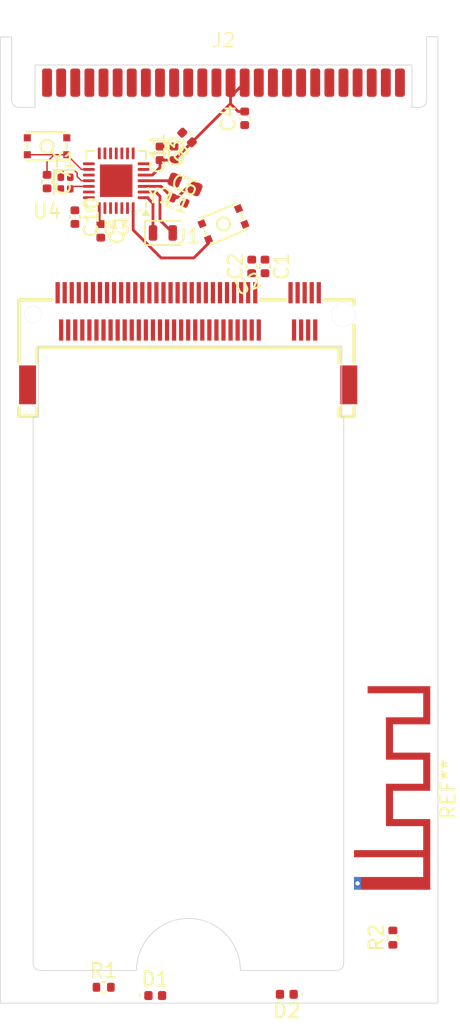
<source format=kicad_pcb>
(kicad_pcb (version 20241229) (generator "pcbnew") (generator_version "9.0")
  (layers (0 "F.Cu" signal) (2 "B.Cu" signal) (13 "F.Paste" user) (15 "B.Paste" user) (5 "F.SilkS" user "F.Silkscreen") (7 "B.SilkS" user "B.Silkscreen") (1 "F.Mask" user) (3 "B.Mask" user) (25 "Edge.Cuts" user))
  (net 0 "")
  (net 1 "PCIe_TX_P")
  (net 2 "PCIe_TX_N")
  (net 3 "GND")
  (net 4 "3V3")
  (net 5 "Net-(U3-VCCID)")
  (net 6 "RST")
  (net 7 "Net-(U3-VINTA)")
  (net 8 "PCIe_LED")
  (net 9 "USER_LED")
  (net 10 "Net-(U3-VSW)")
  (net 11 "BTN_2")
  (net 12 "Net-(U3-PA11{slash}X32K0{slash}TMR2)")
  (net 13 "USB_N")
  (net 15 "Net-(U3-PA10{slash}X32K1)")
  (net 16 "BTN_1")
  (net 17 "Net-(U3-X32M1)")
  (net 18 "USB_P")
  (net 22 "SWD")
  (net 25 "PAIR")
  (net 28 "Net-(U3-X32MO)")
  (net 31 "Net-(D1-A)")
  (net 32 "Net-(D2-A)")
  (net 33 "Net-(J2-~{CPPE})")
  (net 35 "PCIe_CLK_P")
  (net 36 "CLKREQ")
  (net 37 "1V5")
  (net 38 "PCIe_RX_N")
  (net 41 "PERST")
  (net 43 "PCIe_CLK_N")
  (net 45 "PCIe_RX_P")
  (net 47 "Net-(J1-3.3V-Pad12)")
  (net 83 "PCIe_TX_C_P")
  (net 84 "PCIe_TX_C_N")
  (footprint "Inductor_SMD:L_0603_1608Metric" (layer "F.Cu") (at 73.272445 59.698636 157.5)
    (property "Reference" "L1" (at 0 -1.43 157.5) (layer "F.SilkS"))
    (property "Value" "22uH")
    (fp_line (start -0.16278 -0.51) (end 0.162779 -0.509999) (stroke (width 0.12)) (layer "F.SilkS"))
    (fp_line (start -0.162779 0.509999) (end 0.16278 0.51) (stroke (width 0.12)) (layer "F.SilkS"))
    (pad "1" smd roundrect (at -0.7875 -0.000001 157.5) (size 0.875 0.95) (layers "F.Cu" "F.Mask" "F.Paste") (net 5 "Net-(U3-VCCID)"))
    (pad "2" smd roundrect (at 0.7875 0.000001 157.5) (size 0.875 0.95) (layers "F.Cu" "F.Mask" "F.Paste") (net 10 "Net-(U3-VSW)"))
  )
  (footprint "thinkmoth:CONN-SMD_APCI0159-P001A" (layer "F.Cu") (at 73.5 70.62)
    (property "Reference" "J1" (at 0 -7.26 0) (layer "F.SilkS"))
    (property "Value" "Bus_M.2_Socket_M")
    (fp_line (start -12 -2.75) (end -12 1.65) (stroke (width 0.25)) (layer "F.SilkS"))
    (fp_line (start -12 4.86) (end -12 5.07) (stroke (width 0.25)) (layer "F.SilkS"))
    (fp_line (start -12 4.86) (end -12 5.48) (stroke (width 0.25)) (layer "F.SilkS"))
    (fp_line (start -12 5.48) (end -10.7 5.48) (stroke (width 0.25)) (layer "F.SilkS"))
    (fp_line (start -10.7 0.62) (end 10.7 0.62) (stroke (width 0.25)) (layer "F.SilkS"))
    (fp_line (start -10.7 1.67) (end -10.7 0.62) (stroke (width 0.25)) (layer "F.SilkS"))
    (fp_line (start -10.7 5.48) (end -10.7 4.84) (stroke (width 0.25)) (layer "F.SilkS"))
    (fp_line (start -9.63 -2.75) (end -12 -2.75) (stroke (width 0.25)) (layer "F.SilkS"))
    (fp_line (start 6.87 -2.75) (end 5.13 -2.75) (stroke (width 0.25)) (layer "F.SilkS"))
    (fp_line (start 10.7 1.67) (end 10.7 0.62) (stroke (width 0.25)) (layer "F.SilkS"))
    (fp_line (start 10.7 4.84) (end 10.7 5.5) (stroke (width 0.25)) (layer "F.SilkS"))
    (fp_line (start 10.7 5.5) (end 11.75 5.5) (stroke (width 0.25)) (layer "F.SilkS"))
    (fp_line (start 11.75 -2.75) (end 9.63 -2.75) (stroke (width 0.25)) (layer "F.SilkS"))
    (fp_line (start 11.75 -2.44) (end 11.75 -2.75) (stroke (width 0.25)) (layer "F.SilkS"))
    (fp_line (start 11.75 1.65) (end 11.75 -0.99) (stroke (width 0.25)) (layer "F.SilkS"))
    (fp_line (start 11.75 5.5) (end 11.75 4.86) (stroke (width 0.25)) (layer "F.SilkS"))
    (pad "" thru_hole circle (at -11 -1.71) (size 1.2 1.2) (drill 1.2) (layers "*.Cu" "*.Mask"))
    (pad "" thru_hole circle (at 11 -1.71) (size 1.7 1.7) (drill 1.7) (layers "*.Cu" "*.Mask"))
    (pad "1" smd rect (at -9.25 -3.26 90) (size 1.5 0.3) (layers "F.Cu" "F.Mask" "F.Paste") (net 3 "GND"))
    (pad "2" smd rect (at -9 -0.62 90) (size 1.5 0.3) (layers "F.Cu" "F.Mask" "F.Paste") (net 47 "Net-(J1-3.3V-Pad12)"))
    (pad "3" smd rect (at -8.75 -3.26 90) (size 1.5 0.3) (layers "F.Cu" "F.Mask" "F.Paste") (net 3 "GND"))
    (pad "4" smd rect (at -8.5 -0.62 90) (size 1.5 0.3) (layers "F.Cu" "F.Mask" "F.Paste") (net 47 "Net-(J1-3.3V-Pad12)"))
    (pad "5" smd rect (at -8.25 -3.26 90) (size 1.5 0.3) (layers "F.Cu" "F.Mask" "F.Paste"))
    (pad "6" smd rect (at -8 -0.62 90) (size 1.5 0.3) (layers "F.Cu" "F.Mask" "F.Paste"))
    (pad "7" smd rect (at -7.75 -3.26 90) (size 1.5 0.3) (layers "F.Cu" "F.Mask" "F.Paste"))
    (pad "8" smd rect (at -7.5 -0.62 90) (size 1.5 0.3) (layers "F.Cu" "F.Mask" "F.Paste"))
    (pad "9" smd rect (at -7.25 -3.26 90) (size 1.5 0.3) (layers "F.Cu" "F.Mask" "F.Paste") (net 3 "GND"))
    (pad "10" smd rect (at -7 -0.62 90) (size 1.5 0.3) (layers "F.Cu" "F.Mask" "F.Paste") (net 8 "PCIe_LED"))
    (pad "11" smd rect (at -6.75 -3.26 90) (size 1.5 0.3) (layers "F.Cu" "F.Mask" "F.Paste"))
    (pad "12" smd rect (at -6.5 -0.62 90) (size 1.5 0.3) (layers "F.Cu" "F.Mask" "F.Paste") (net 47 "Net-(J1-3.3V-Pad12)"))
    (pad "13" smd rect (at -6.25 -3.26 90) (size 1.5 0.3) (layers "F.Cu" "F.Mask" "F.Paste"))
    (pad "14" smd rect (at -6 -0.62 90) (size 1.5 0.3) (layers "F.Cu" "F.Mask" "F.Paste") (net 47 "Net-(J1-3.3V-Pad12)"))
    (pad "15" smd rect (at -5.75 -3.26 90) (size 1.5 0.3) (layers "F.Cu" "F.Mask" "F.Paste") (net 3 "GND"))
    (pad "16" smd rect (at -5.5 -0.62 90) (size 1.5 0.3) (layers "F.Cu" "F.Mask" "F.Paste") (net 47 "Net-(J1-3.3V-Pad12)"))
    (pad "17" smd rect (at -5.25 -3.26 90) (size 1.5 0.3) (layers "F.Cu" "F.Mask" "F.Paste"))
    (pad "18" smd rect (at -5 -0.62 90) (size 1.5 0.3) (layers "F.Cu" "F.Mask" "F.Paste") (net 47 "Net-(J1-3.3V-Pad12)"))
    (pad "19" smd rect (at -4.75 -3.26 90) (size 1.5 0.3) (layers "F.Cu" "F.Mask" "F.Paste"))
    (pad "20" smd rect (at -4.5 -0.62 90) (size 1.5 0.3) (layers "F.Cu" "F.Mask" "F.Paste"))
    (pad "21" smd rect (at -4.25 -3.26 90) (size 1.5 0.3) (layers "F.Cu" "F.Mask" "F.Paste") (net 3 "GND"))
    (pad "22" smd rect (at -4 -0.62 90) (size 1.5 0.3) (layers "F.Cu" "F.Mask" "F.Paste"))
    (pad "23" smd rect (at -3.75 -3.26 90) (size 1.5 0.3) (layers "F.Cu" "F.Mask" "F.Paste"))
    (pad "24" smd rect (at -3.5 -0.62 90) (size 1.5 0.3) (layers "F.Cu" "F.Mask" "F.Paste"))
    (pad "25" smd rect (at -3.25 -3.26 90) (size 1.5 0.3) (layers "F.Cu" "F.Mask" "F.Paste"))
    (pad "26" smd rect (at -3 -0.62 90) (size 1.5 0.3) (layers "F.Cu" "F.Mask" "F.Paste"))
    (pad "27" smd rect (at -2.75 -3.26 90) (size 1.5 0.3) (layers "F.Cu" "F.Mask" "F.Paste") (net 3 "GND"))
    (pad "28" smd rect (at -2.5 -0.62 90) (size 1.5 0.3) (layers "F.Cu" "F.Mask" "F.Paste"))
    (pad "29" smd rect (at -2.25 -3.26 90) (size 1.5 0.3) (layers "F.Cu" "F.Mask" "F.Paste"))
    (pad "30" smd rect (at -2 -0.62 90) (size 1.5 0.3) (layers "F.Cu" "F.Mask" "F.Paste"))
    (pad "31" smd rect (at -1.75 -3.26 90) (size 1.5 0.3) (layers "F.Cu" "F.Mask" "F.Paste"))
    (pad "32" smd rect (at -1.5 -0.62 90) (size 1.5 0.3) (layers "F.Cu" "F.Mask" "F.Paste"))
    (pad "33" smd rect (at -1.25 -3.26 90) (size 1.5 0.3) (layers "F.Cu" "F.Mask" "F.Paste") (net 3 "GND"))
    (pad "34" smd rect (at -1 -0.62 90) (size 1.5 0.3) (layers "F.Cu" "F.Mask" "F.Paste"))
    (pad "35" smd rect (at -0.75 -3.26 90) (size 1.5 0.3) (layers "F.Cu" "F.Mask" "F.Paste"))
    (pad "36" smd rect (at -0.5 -0.62 90) (size 1.5 0.3) (layers "F.Cu" "F.Mask" "F.Paste"))
    (pad "37" smd rect (at -0.25 -3.26 90) (size 1.5 0.3) (layers "F.Cu" "F.Mask" "F.Paste"))
    (pad "38" smd rect (at 0 -0.62 90) (size 1.5 0.3) (layers "F.Cu" "F.Mask" "F.Paste"))
    (pad "39" smd rect (at 0.25 -3.26 90) (size 1.5 0.3) (layers "F.Cu" "F.Mask" "F.Paste") (net 3 "GND"))
    (pad "40" smd rect (at 0.5 -0.62 90) (size 1.5 0.3) (layers "F.Cu" "F.Mask" "F.Paste"))
    (pad "41" smd rect (at 0.75 -3.26 90) (size 1.5 0.3) (layers "F.Cu" "F.Mask" "F.Paste") (net 38 "PCIe_RX_N"))
    (pad "42" smd rect (at 1 -0.62 90) (size 1.5 0.3) (layers "F.Cu" "F.Mask" "F.Paste"))
    (pad "43" smd rect (at 1.25 -3.26 90) (size 1.5 0.3) (layers "F.Cu" "F.Mask" "F.Paste") (net 45 "PCIe_RX_P"))
    (pad "44" smd rect (at 1.5 -0.62 90) (size 1.5 0.3) (layers "F.Cu" "F.Mask" "F.Paste"))
    (pad "45" smd rect (at 1.75 -3.26 90) (size 1.5 0.3) (layers "F.Cu" "F.Mask" "F.Paste") (net 3 "GND"))
    (pad "46" smd rect (at 2 -0.62 90) (size 1.5 0.3) (layers "F.Cu" "F.Mask" "F.Paste"))
    (pad "47" smd rect (at 2.25 -3.26 90) (size 1.5 0.3) (layers "F.Cu" "F.Mask" "F.Paste") (net 2 "PCIe_TX_N"))
    (pad "48" smd rect (at 2.5 -0.62 90) (size 1.5 0.3) (layers "F.Cu" "F.Mask" "F.Paste"))
    (pad "49" smd rect (at 2.75 -3.26 90) (size 1.5 0.3) (layers "F.Cu" "F.Mask" "F.Paste") (net 1 "PCIe_TX_P"))
    (pad "50" smd rect (at 3 -0.62 90) (size 1.5 0.3) (layers "F.Cu" "F.Mask" "F.Paste") (net 41 "PERST"))
    (pad "51" smd rect (at 3.25 -3.26 90) (size 1.5 0.3) (layers "F.Cu" "F.Mask" "F.Paste") (net 3 "GND"))
    (pad "52" smd rect (at 3.5 -0.62 90) (size 1.5 0.3) (layers "F.Cu" "F.Mask" "F.Paste") (net 36 "CLKREQ"))
    (pad "53" smd rect (at 3.75 -3.26 90) (size 1.5 0.3) (layers "F.Cu" "F.Mask" "F.Paste") (net 43 "PCIe_CLK_N"))
    (pad "54" smd rect (at 4 -0.62 90) (size 1.5 0.3) (layers "F.Cu" "F.Mask" "F.Paste"))
    (pad "55" smd rect (at 4.25 -3.26 90) (size 1.5 0.3) (layers "F.Cu" "F.Mask" "F.Paste") (net 35 "PCIe_CLK_P"))
    (pad "56" smd rect (at 4.5 -0.62 90) (size 1.5 0.3) (layers "F.Cu" "F.Mask" "F.Paste"))
    (pad "57" smd rect (at 4.75 -3.26 90) (size 1.5 0.3) (layers "F.Cu" "F.Mask" "F.Paste") (net 3 "GND"))
    (pad "58" smd rect (at 5 -0.62 90) (size 1.5 0.3) (layers "F.Cu" "F.Mask" "F.Paste"))
    (pad "67" smd rect (at 7.25 -3.26 90) (size 1.5 0.3) (layers "F.Cu" "F.Mask" "F.Paste"))
    (pad "68" smd rect (at 7.5 -0.62 90) (size 1.5 0.3) (layers "F.Cu" "F.Mask" "F.Paste"))
    (pad "69" smd rect (at 7.75 -3.26 90) (size 1.5 0.3) (layers "F.Cu" "F.Mask" "F.Paste"))
    (pad "70" smd rect (at 8 -0.62 90) (size 1.5 0.3) (layers "F.Cu" "F.Mask" "F.Paste") (net 47 "Net-(J1-3.3V-Pad12)"))
    (pad "71" smd rect (at 8.25 -3.26 90) (size 1.5 0.3) (layers "F.Cu" "F.Mask" "F.Paste") (net 3 "GND"))
    (pad "72" smd rect (at 8.5 -0.62 90) (size 1.5 0.3) (layers "F.Cu" "F.Mask" "F.Paste") (net 47 "Net-(J1-3.3V-Pad12)"))
    (pad "73" smd rect (at 8.75 -3.26 90) (size 1.5 0.3) (layers "F.Cu" "F.Mask" "F.Paste") (net 3 "GND"))
    (pad "74" smd rect (at 9 -0.62 90) (size 1.5 0.3) (layers "F.Cu" "F.Mask" "F.Paste") (net 47 "Net-(J1-3.3V-Pad12)"))
    (pad "75" smd rect (at 9.25 -3.26 90) (size 1.5 0.3) (layers "F.Cu" "F.Mask" "F.Paste") (net 3 "GND"))
    (pad "76" smd rect (at 11.38 3.26 90) (size 2.75 1.2) (layers "F.Cu" "F.Mask" "F.Paste"))
    (pad "77" smd rect (at -11.38 3.26 90) (size 2.75 1.2) (layers "F.Cu" "F.Mask" "F.Paste"))
  )
  (footprint "Capacitor_SMD:C_0402_1005Metric" (layer "F.Cu") (at 72.5 57.5 90)
    (property "Reference" "C11" (at 0 -1.16 90) (layer "F.SilkS"))
    (property "Value" "1uF")
    (fp_line (start -0.107836 -0.36) (end 0.107836 -0.36) (stroke (width 0.12)) (layer "F.SilkS"))
    (fp_line (start -0.107836 0.36) (end 0.107836 0.36) (stroke (width 0.12)) (layer "F.SilkS"))
    (pad "1" smd roundrect (at -0.48 0 90) (size 0.56 0.62) (layers "F.Cu" "F.Mask" "F.Paste") (net 4 "3V3"))
    (pad "2" smd roundrect (at 0.48 0 90) (size 0.56 0.62) (layers "F.Cu" "F.Mask" "F.Paste") (net 3 "GND"))
  )
  (footprint "Capacitor_SMD:C_0402_1005Metric" (layer "F.Cu") (at 72.815621 60.819156 -22.5)
    (property "Reference" "C6" (at 0 -1.16 157.5) (layer "F.SilkS"))
    (property "Value" "1uF")
    (fp_line (start -0.107836 0.360001) (end 0.107836 0.360001) (stroke (width 0.12)) (layer "F.SilkS"))
    (fp_line (start -0.107836 -0.360001) (end 0.107836 -0.360001) (stroke (width 0.12)) (layer "F.SilkS"))
    (pad "1" smd roundrect (at -0.48 0 337.5) (size 0.56 0.62) (layers "F.Cu" "F.Mask" "F.Paste") (net 5 "Net-(U3-VCCID)"))
    (pad "2" smd roundrect (at 0.48 0 337.5) (size 0.56 0.62) (layers "F.Cu" "F.Mask" "F.Paste") (net 3 "GND"))
  )
  (footprint "Capacitor_SMD:C_0402_1005Metric" (layer "F.Cu") (at 78 65.5 90)
    (property "Reference" "C2" (at 0 -1.16 90) (layer "F.SilkS"))
    (property "Value" "0.1uF")
    (fp_line (start -0.107836 -0.36) (end 0.107836 -0.36) (stroke (width 0.12)) (layer "F.SilkS"))
    (fp_line (start -0.107836 0.36) (end 0.107836 0.36) (stroke (width 0.12)) (layer "F.SilkS"))
    (pad "1" smd roundrect (at -0.48 0 90) (size 0.56 0.62) (layers "F.Cu" "F.Mask" "F.Paste") (net 2 "PCIe_TX_N"))
    (pad "2" smd roundrect (at 0.48 0 90) (size 0.56 0.62) (layers "F.Cu" "F.Mask" "F.Paste") (net 84 "PCIe_TX_C_N"))
  )
  (footprint "Capacitor_SMD:C_0402_1005Metric" (layer "F.Cu") (at 63.5 59.5 -90)
    (property "Reference" "C7" (at 0 -1.16 90) (layer "F.SilkS"))
    (property "Value" "1uF")
    (fp_line (start -0.107837 0.360001) (end 0.107835 0.36) (stroke (width 0.12)) (layer "F.SilkS"))
    (fp_line (start -0.107835 -0.36) (end 0.107837 -0.360001) (stroke (width 0.12)) (layer "F.SilkS"))
    (pad "1" smd roundrect (at -0.48 0 270) (size 0.56 0.62) (layers "F.Cu" "F.Mask" "F.Paste") (net 6 "RST"))
    (pad "2" smd roundrect (at 0.48 0 270) (size 0.56 0.62) (layers "F.Cu" "F.Mask" "F.Paste") (net 3 "GND"))
  )
  (footprint "Capacitor_SMD:C_0402_1005Metric" (layer "F.Cu") (at 77.5 55.02 90)
    (property "Reference" "C4" (at 0 -1.16 90) (layer "F.SilkS"))
    (property "Value" "0.1uF")
    (fp_line (start -0.107836 -0.36) (end 0.107836 -0.36) (stroke (width 0.12)) (layer "F.SilkS"))
    (fp_line (start -0.107836 0.36) (end 0.107836 0.36) (stroke (width 0.12)) (layer "F.SilkS"))
    (pad "1" smd roundrect (at -0.48 0 90) (size 0.56 0.62) (layers "F.Cu" "F.Mask" "F.Paste") (net 3 "GND"))
    (pad "2" smd roundrect (at 0.48 0 90) (size 0.56 0.62) (layers "F.Cu" "F.Mask" "F.Paste") (net 4 "3V3"))
  )
  (footprint "thinkmoth:ExpressCard_Plug" (layer "F.Cu") (at 76 52.5)
    (property "Reference" "J2" (at 0 -3 0) (layer "F.SilkS") (effects (font (thickness 0.1))))
    (property "Value" "ExpressCard")
    (fp_line (start -13.35 -1.25) (end 13.35 -1.25) (stroke (width 0.05)) (layer "Edge.Cuts"))
    (fp_line (start -13.35 1.75) (end -13.35 -1.25) (stroke (width 0.05)) (layer "Edge.Cuts"))
    (fp_line (start 13.35 -1.25) (end 13.35 1.75) (stroke (width 0.05)) (layer "Edge.Cuts"))
    (pad "1" smd roundrect (at -12.5 0) (size 0.7 2) (layers "F.Cu" "F.Mask" "F.Paste") (net 3 "GND"))
    (pad "2" smd roundrect (at -11.5 0) (size 0.7 2) (layers "F.Cu" "F.Mask" "F.Paste") (net 13 "USB_N"))
    (pad "3" smd roundrect (at -10.5 0) (size 0.7 2) (layers "F.Cu" "F.Mask" "F.Paste") (net 18 "USB_P"))
    (pad "4" smd roundrect (at -9.5 0) (size 0.7 2) (layers "F.Cu" "F.Mask" "F.Paste") (net 33 "Net-(J2-~{CPPE})"))
    (pad "5" smd roundrect (at -8.5 0) (size 0.7 2) (layers "F.Cu" "F.Mask" "F.Paste"))
    (pad "6" smd roundrect (at -7.5 0) (size 0.7 2) (layers "F.Cu" "F.Mask" "F.Paste"))
    (pad "7" smd roundrect (at -6.5 0) (size 0.7 2) (layers "F.Cu" "F.Mask" "F.Paste"))
    (pad "8" smd roundrect (at -5.5 0) (size 0.7 2) (layers "F.Cu" "F.Mask" "F.Paste"))
    (pad "9" smd roundrect (at -4.5 0) (size 0.7 2) (layers "F.Cu" "F.Mask" "F.Paste") (net 37 "1V5"))
    (pad "10" smd roundrect (at -3.5 0) (size 0.7 2) (layers "F.Cu" "F.Mask" "F.Paste") (net 37 "1V5"))
    (pad "11" smd roundrect (at -2.5 0) (size 0.7 2) (layers "F.Cu" "F.Mask" "F.Paste"))
    (pad "12" smd roundrect (at -1.5 0) (size 0.7 2) (layers "F.Cu" "F.Mask" "F.Paste"))
    (pad "13" smd roundrect (at -0.5 0) (size 0.7 2) (layers "F.Cu" "F.Mask" "F.Paste") (net 41 "PERST"))
    (pad "14" smd roundrect (at 0.5 0) (size 0.7 2) (layers "F.Cu" "F.Mask" "F.Paste") (net 4 "3V3"))
    (pad "15" smd roundrect (at 1.5 0) (size 0.7 2) (layers "F.Cu" "F.Mask" "F.Paste") (net 4 "3V3"))
    (pad "16" smd roundrect (at 2.5 0) (size 0.7 2) (layers "F.Cu" "F.Mask" "F.Paste") (net 36 "CLKREQ"))
    (pad "17" smd roundrect (at 3.5 0) (size 0.7 2) (layers "F.Cu" "F.Mask" "F.Paste") (net 33 "Net-(J2-~{CPPE})"))
    (pad "18" smd roundrect (at 4.5 0) (size 0.7 2) (layers "F.Cu" "F.Mask" "F.Paste") (net 43 "PCIe_CLK_N"))
    (pad "19" smd roundrect (at 5.5 0) (size 0.7 2) (layers "F.Cu" "F.Mask" "F.Paste") (net 35 "PCIe_CLK_P"))
    (pad "20" smd roundrect (at 6.5 0) (size 0.7 2) (layers "F.Cu" "F.Mask" "F.Paste") (net 3 "GND"))
    (pad "21" smd roundrect (at 7.5 0) (size 0.7 2) (layers "F.Cu" "F.Mask" "F.Paste") (net 38 "PCIe_RX_N"))
    (pad "22" smd roundrect (at 8.5 0) (size 0.7 2) (layers "F.Cu" "F.Mask" "F.Paste") (net 45 "PCIe_RX_P"))
    (pad "23" smd roundrect (at 9.5 0) (size 0.7 2) (layers "F.Cu" "F.Mask" "F.Paste") (net 3 "GND"))
    (pad "24" smd roundrect (at 10.5 0) (size 0.7 2) (layers "F.Cu" "F.Mask" "F.Paste") (net 2 "PCIe_TX_N"))
    (pad "25" smd roundrect (at 11.5 0) (size 0.7 2) (layers "F.Cu" "F.Mask" "F.Paste") (net 1 "PCIe_TX_P"))
    (pad "26" smd roundrect (at 12.5 0) (size 0.7 2) (layers "F.Cu" "F.Mask" "F.Paste") (net 3 "GND"))
  )
  (footprint "Package_DFN_QFN:QFN-28-1EP_4x4mm_P0.4mm_EP2.3x2.3mm" (layer "F.Cu") (at 68.4 59.4375 180)
    (property "Reference" "U3" (at 0 -3.3 0) (layer "F.SilkS"))
    (property "Value" "~")
    (fp_line (start 2.11 2.11) (end 2.11 1.56) (stroke (width 0.12)) (layer "F.SilkS"))
    (fp_line (start 2.11 -2.11) (end 2.11 -1.56) (stroke (width 0.12)) (layer "F.SilkS"))
    (fp_line (start 1.56 2.11) (end 2.11 2.11) (stroke (width 0.12)) (layer "F.SilkS"))
    (fp_line (start 1.56 -2.11) (end 2.11 -2.11) (stroke (width 0.12)) (layer "F.SilkS"))
    (fp_line (start -1.56 2.11) (end -2.11 2.11) (stroke (width 0.12)) (layer "F.SilkS"))
    (fp_line (start -1.56 -2.11) (end -1.81 -2.11) (stroke (width 0.12)) (layer "F.SilkS"))
    (fp_line (start -2.11 2.11) (end -2.11 1.56) (stroke (width 0.12)) (layer "F.SilkS"))
    (fp_line (start -2.11 -1.56) (end -2.11 -1.87) (stroke (width 0.12)) (layer "F.SilkS"))
    (fp_poly (pts (xy -2.11 -2.11) (xy -2.35 -2.44) (xy -1.87 -2.44)) (stroke (width 0.12)) (fill yes) (layer "F.SilkS"))
    (pad "1" smd roundrect (at -1.9375 -1.2 180) (size 0.825 0.2) (layers "F.Cu" "F.Mask" "F.Paste") (net 12 "Net-(U3-PA11{slash}X32K0{slash}TMR2)"))
    (pad "2" smd roundrect (at -1.9375 -0.8 180) (size 0.825 0.2) (layers "F.Cu" "F.Mask" "F.Paste") (net 15 "Net-(U3-PA10{slash}X32K1)"))
    (pad "3" smd roundrect (at -1.9375 -0.4 180) (size 0.825 0.2) (layers "F.Cu" "F.Mask" "F.Paste") (net 5 "Net-(U3-VCCID)"))
    (pad "4" smd roundrect (at -1.9375 0 180) (size 0.825 0.2) (layers "F.Cu" "F.Mask" "F.Paste") (net 10 "Net-(U3-VSW)"))
    (pad "5" smd roundrect (at -1.9375 0.4 180) (size 0.825 0.2) (layers "F.Cu" "F.Mask" "F.Paste") (net 4 "3V3"))
    (pad "6" smd roundrect (at -1.9375 0.8 180) (size 0.825 0.2) (layers "F.Cu" "F.Mask" "F.Paste") (net 16 "BTN_1"))
    (pad "7" smd roundrect (at -1.9375 1.2 180) (size 0.825 0.2) (layers "F.Cu" "F.Mask" "F.Paste") (net 11 "BTN_2"))
    (pad "8" smd roundrect (at -1.2 1.9375 180) (size 0.2 0.825) (layers "F.Cu" "F.Mask" "F.Paste"))
    (pad "9" smd roundrect (at -0.8 1.9375 180) (size 0.2 0.825) (layers "F.Cu" "F.Mask" "F.Paste") (net 22 "SWD"))
    (pad "10" smd roundrect (at -0.4 1.9375 180) (size 0.2 0.825) (layers "F.Cu" "F.Mask" "F.Paste"))
    (pad "11" smd roundrect (at 0 1.9375 180) (size 0.2 0.825) (layers "F.Cu" "F.Mask" "F.Paste"))
    (pad "12" smd roundrect (at 0.4 1.9375 180) (size 0.2 0.825) (layers "F.Cu" "F.Mask" "F.Paste") (net 13 "USB_N"))
    (pad "13" smd roundrect (at 0.8 1.9375 180) (size 0.2 0.825) (layers "F.Cu" "F.Mask" "F.Paste") (net 18 "USB_P"))
    (pad "14" smd roundrect (at 1.2 1.9375 180) (size 0.2 0.825) (layers "F.Cu" "F.Mask" "F.Paste") (net 9 "USER_LED"))
    (pad "15" smd roundrect (at 1.9375 1.2 180) (size 0.825 0.2) (layers "F.Cu" "F.Mask" "F.Paste") (net 8 "PCIe_LED"))
    (pad "16" smd roundrect (at 1.9375 0.8 180) (size 0.825 0.2) (layers "F.Cu" "F.Mask" "F.Paste") (net 6 "RST"))
    (pad "17" smd roundrect (at 1.9375 0.4 180) (size 0.825 0.2) (layers "F.Cu" "F.Mask" "F.Paste"))
    (pad "18" smd roundrect (at 1.9375 0 180) (size 0.825 0.2) (layers "F.Cu" "F.Mask" "F.Paste") (net 28 "Net-(U3-X32MO)"))
    (pad "19" smd roundrect (at 1.9375 -0.4 180) (size 0.825 0.2) (layers "F.Cu" "F.Mask" "F.Paste") (net 17 "Net-(U3-X32M1)"))
    (pad "20" smd roundrect (at 1.9375 -0.8 180) (size 0.825 0.2) (layers "F.Cu" "F.Mask" "F.Paste") (net 7 "Net-(U3-VINTA)"))
    (pad "21" smd roundrect (at 1.9375 -1.2 180) (size 0.825 0.2) (layers "F.Cu" "F.Mask" "F.Paste"))
    (pad "22" smd roundrect (at 1.2 -1.9375 180) (size 0.2 0.825) (layers "F.Cu" "F.Mask" "F.Paste") (net 5 "Net-(U3-VCCID)"))
    (pad "23" smd roundrect (at 0.8 -1.9375 180) (size 0.2 0.825) (layers "F.Cu" "F.Mask" "F.Paste"))
    (pad "24" smd roundrect (at 0.4 -1.9375 180) (size 0.2 0.825) (layers "F.Cu" "F.Mask" "F.Paste"))
    (pad "25" smd roundrect (at 0 -1.9375 180) (size 0.2 0.825) (layers "F.Cu" "F.Mask" "F.Paste"))
    (pad "26" smd roundrect (at -0.4 -1.9375 180) (size 0.2 0.825) (layers "F.Cu" "F.Mask" "F.Paste"))
    (pad "27" smd roundrect (at -0.8 -1.9375 180) (size 0.2 0.825) (layers "F.Cu" "F.Mask" "F.Paste"))
    (pad "28" smd roundrect (at -1.2 -1.9375 180) (size 0.2 0.825) (layers "F.Cu" "F.Mask" "F.Paste") (net 25 "PAIR"))
    (pad "29" smd rect (at 0 0 180) (size 2.3 2.3) (property pad_prop_heatsink) (layers "F.Cu" "F.Mask") (net 3 "GND"))
  )
  (footprint "thinkmoth:KEY-SMD_4P-L2.8-W2.0-P1.20-LS3.0-TL" (layer "F.Cu") (at 76 62.5 -157.5)
    (property "Reference" "U2" (at 0 -4.6 22.5) (layer "F.SilkS"))
    (property "Value" "PAIR")
    (fp_line (start 1.399998 -0.170001) (end 1.4 0.16) (stroke (width 0.15)) (layer "F.SilkS"))
    (fp_line (start -1.4 0.999999) (end 1.4 1.000001) (stroke (width 0.15)) (layer "F.SilkS"))
    (fp_line (start -1.4 -0.170002) (end -1.4 0.16) (stroke (width 0.15)) (layer "F.SilkS"))
    (fp_line (start -1.4 -1.000001) (end 1.4 -0.999999) (stroke (width 0.15)) (layer "F.SilkS"))
    (fp_circle (center 0 0) (end 0.460002 0) (stroke (width 0.15)) (fill no) (layer "F.SilkS"))
    (pad "1" smd rect (at -1.4 -0.6 202.5) (size 0.5 0.5) (layers "F.Cu" "F.Mask" "F.Paste") (net 25 "PAIR"))
    (pad "2" smd rect (at 1.400001 -0.6 202.5) (size 0.5 0.5) (layers "F.Cu" "F.Mask" "F.Paste") (net 25 "PAIR"))
    (pad "3" smd rect (at -1.400001 0.6 202.5) (size 0.5 0.5) (layers "F.Cu" "F.Mask" "F.Paste") (net 3 "GND"))
    (pad "4" smd rect (at 1.4 0.6 202.5) (size 0.5 0.5) (layers "F.Cu" "F.Mask" "F.Paste") (net 3 "GND"))
  )
  (footprint "Crystal:Crystal_SMD_1210-4Pin_1.2x1.0mm" (layer "F.Cu") (at 64.81 59.6025)
    (property "Reference" "Y1" (at -0.125 -1.65 0) (layer "F.SilkS"))
    (property "Value" "32MHz")
    (fp_line (start -0.83 -0.93) (end -0.83 0.81) (stroke (width 0.12)) (layer "F.SilkS"))
    (fp_line (start 0.71 -0.93) (end -0.83 -0.93) (stroke (width 0.12)) (layer "F.SilkS"))
    (pad "1" smd roundrect (at -0.335 -0.41 270) (size 0.52 0.47) (layers "F.Cu" "F.Mask" "F.Paste") (net 28 "Net-(U3-X32MO)"))
    (pad "2" smd roundrect (at -0.335 0.41 270) (size 0.52 0.47) (layers "F.Cu" "F.Mask" "F.Paste") (net 3 "GND"))
    (pad "3" smd roundrect (at 0.335 0.41 270) (size 0.52 0.47) (layers "F.Cu" "F.Mask" "F.Paste") (net 17 "Net-(U3-X32M1)"))
    (pad "4" smd roundrect (at 0.335 -0.41 270) (size 0.52 0.47) (layers "F.Cu" "F.Mask" "F.Paste") (net 3 "GND"))
  )
  (footprint "Capacitor_SMD:C_0402_1005Metric" (layer "F.Cu") (at 71.5 57.5 -90)
    (property "Reference" "C3" (at 0 -1.16 90) (layer "F.SilkS"))
    (property "Value" "0.1uF")
    (fp_line (start -0.107836 0.36) (end 0.107836 0.36) (stroke (width 0.12)) (layer "F.SilkS"))
    (fp_line (start -0.107836 -0.36) (end 0.107836 -0.36) (stroke (width 0.12)) (layer "F.SilkS"))
    (pad "1" smd roundrect (at -0.48 0 270) (size 0.56 0.62) (layers "F.Cu" "F.Mask" "F.Paste") (net 3 "GND"))
    (pad "2" smd roundrect (at 0.48 0 270) (size 0.56 0.62) (layers "F.Cu" "F.Mask" "F.Paste") (net 4 "3V3"))
  )
  (footprint "thinkmoth:KEY-SMD_4P-L2.8-W2.0-P1.20-LS3.0-TL" (layer "F.Cu") (at 63.5 57 180)
    (property "Reference" "U4" (at 0 -4.6 0) (layer "F.SilkS"))
    (property "Value" "RESET")
    (fp_line (start 1.4 -0.170002) (end 1.4 0.16) (stroke (width 0.15)) (layer "F.SilkS"))
    (fp_line (start -1.399998 -0.170001) (end -1.4 0.16) (stroke (width 0.15)) (layer "F.SilkS"))
    (fp_line (start -1.4 0.999999) (end 1.400002 1.000002) (stroke (width 0.15)) (layer "F.SilkS"))
    (fp_line (start -1.400002 -1.000002) (end 1.4 -0.999999) (stroke (width 0.15)) (layer "F.SilkS"))
    (fp_circle (center 0 0) (end 0.460002 0) (stroke (width 0.15)) (fill no) (layer "F.SilkS"))
    (pad "1" smd rect (at -1.400001 -0.6 180) (size 0.5 0.5) (layers "F.Cu" "F.Mask" "F.Paste") (net 6 "RST"))
    (pad "2" smd rect (at 1.400001 -0.6 180) (size 0.5 0.5) (layers "F.Cu" "F.Mask" "F.Paste") (net 6 "RST"))
    (pad "3" smd rect (at -1.400001 0.6 180) (size 0.5 0.5) (layers "F.Cu" "F.Mask" "F.Paste") (net 3 "GND"))
    (pad "4" smd rect (at 1.400001 0.6 180) (size 0.5 0.5) (layers "F.Cu" "F.Mask" "F.Paste") (net 3 "GND"))
  )
  (footprint "LED_SMD:LED_0402_1005Metric" (layer "F.Cu") (at 80.485 117 180)
    (property "Reference" "D2" (at 0 -1.17 0) (layer "F.SilkS"))
    (property "Value" "LED")
    (fp_circle (center -1.09 0) (end -1.04 0) (stroke (width 0.1)) (fill no) (layer "F.SilkS"))
    (pad "1" smd roundrect (at -0.485001 0 180) (size 0.59 0.64) (layers "F.Cu" "F.Mask" "F.Paste") (net 3 "GND"))
    (pad "2" smd roundrect (at 0.485001 0 180) (size 0.59 0.64) (layers "F.Cu" "F.Mask" "F.Paste") (net 32 "Net-(D2-A)"))
  )
  (footprint "Capacitor_SMD:C_0402_1005Metric" (layer "F.Cu") (at 73.422981 56.378197 135)
    (property "Reference" "C8" (at 0 -1.16 135) (layer "F.SilkS"))
    (property "Value" "0.1uF")
    (fp_line (start -0.107837 -0.360001) (end 0.107836 -0.360001) (stroke (width 0.12)) (layer "F.SilkS"))
    (fp_line (start -0.107836 0.360001) (end 0.107837 0.360001) (stroke (width 0.12)) (layer "F.SilkS"))
    (pad "1" smd roundrect (at -0.48 0 135) (size 0.56 0.62) (layers "F.Cu" "F.Mask" "F.Paste") (net 4 "3V3"))
    (pad "2" smd roundrect (at 0.48 0 135) (size 0.56 0.62) (layers "F.Cu" "F.Mask" "F.Paste") (net 3 "GND"))
  )
  (footprint "Resistor_SMD:R_0402_1005Metric" (layer "F.Cu") (at 88 112.989999 90)
    (property "Reference" "R2" (at 0 -1.17 90) (layer "F.SilkS"))
    (property "Value" "680r")
    (fp_line (start -0.153641 -0.38) (end 0.153641 -0.379999) (stroke (width 0.12)) (layer "F.SilkS"))
    (fp_line (start -0.153641 0.379999) (end 0.153641 0.38) (stroke (width 0.12)) (layer "F.SilkS"))
    (pad "1" smd roundrect (at -0.510001 0 90) (size 0.54 0.64) (layers "F.Cu" "F.Mask" "F.Paste") (net 32 "Net-(D2-A)"))
    (pad "2" smd roundrect (at 0.510001 0 90) (size 0.54 0.64) (layers "F.Cu" "F.Mask" "F.Paste") (net 9 "USER_LED"))
  )
  (footprint "LED_SMD:LED_0402_1005Metric" (layer "F.Cu") (at 71.166955 117.08841)
    (property "Reference" "D1" (at 0 -1.17 0) (layer "F.SilkS"))
    (property "Value" "LED")
    (fp_circle (center -1.09 0) (end -1.04 0) (stroke (width 0.1)) (fill no) (layer "F.SilkS"))
    (pad "1" smd roundrect (at -0.485 0) (size 0.59 0.64) (layers "F.Cu" "F.Mask" "F.Paste") (net 3 "GND"))
    (pad "2" smd roundrect (at 0.485 0) (size 0.59 0.64) (layers "F.Cu" "F.Mask" "F.Paste") (net 31 "Net-(D1-A)"))
  )
  (footprint "Resistor_SMD:R_0402_1005Metric" (layer "F.Cu") (at 67.510001 116.5)
    (property "Reference" "R1" (at 0 -1.17 0) (layer "F.SilkS"))
    (property "Value" "680r")
    (fp_line (start -0.153641 -0.379999) (end 0.153641 -0.379999) (stroke (width 0.12)) (layer "F.SilkS"))
    (fp_line (start -0.153641 0.379999) (end 0.153641 0.379999) (stroke (width 0.12)) (layer "F.SilkS"))
    (pad "1" smd roundrect (at -0.510001 0) (size 0.54 0.64) (layers "F.Cu" "F.Mask" "F.Paste") (net 31 "Net-(D1-A)"))
    (pad "2" smd roundrect (at 0.510001 0) (size 0.54 0.64) (layers "F.Cu" "F.Mask" "F.Paste") (net 8 "PCIe_LED"))
  )
  (footprint "Capacitor_SMD:C_0402_1005Metric" (layer "F.Cu") (at 78.940585 65.500521 -90)
    (property "Reference" "C1" (at 0 -1.16 90) (layer "F.SilkS"))
    (property "Value" "0.1uF")
    (fp_line (start -0.107836 0.36) (end 0.107836 0.36) (stroke (width 0.12)) (layer "F.SilkS"))
    (fp_line (start -0.107836 -0.36) (end 0.107836 -0.36) (stroke (width 0.12)) (layer "F.SilkS"))
    (pad "1" smd roundrect (at -0.48 0 270) (size 0.56 0.62) (layers "F.Cu" "F.Mask" "F.Paste") (net 1 "PCIe_TX_P"))
    (pad "2" smd roundrect (at 0.48 0 270) (size 0.56 0.62) (layers "F.Cu" "F.Mask" "F.Paste") (net 83 "PCIe_TX_C_P"))
  )
  (footprint "Capacitor_SMD:C_0402_1005Metric" (layer "F.Cu") (at 67.308039 62.983507 -90)
    (property "Reference" "C5" (at 0 -1.16 90) (layer "F.SilkS"))
    (property "Value" "2.2uF")
    (fp_line (start -0.107836 0.36) (end 0.107836 0.36) (stroke (width 0.12)) (layer "F.SilkS"))
    (fp_line (start -0.107836 -0.36) (end 0.107836 -0.36) (stroke (width 0.12)) (layer "F.SilkS"))
    (pad "1" smd roundrect (at -0.48 0 270) (size 0.56 0.62) (layers "F.Cu" "F.Mask" "F.Paste") (net 5 "Net-(U3-VCCID)"))
    (pad "2" smd roundrect (at 0.48 0 270) (size 0.56 0.62) (layers "F.Cu" "F.Mask" "F.Paste") (net 3 "GND"))
  )
  (footprint "Crystal:Crystal_SMD_2012-2Pin_2.0x1.2mm" (layer "F.Cu") (at 71.704328 63.131397)
    (property "Reference" "Y2" (at -0.229328 -2.618897 0) (layer "F.SilkS"))
    (property "Value" "32.768kHz")
    (fp_line (start -1.26 -0.86) (end -1.26 0.86) (stroke (width 0.12)) (layer "F.SilkS"))
    (fp_line (start -1.26 0.86) (end 1.26 0.86) (stroke (width 0.12)) (layer "F.SilkS"))
    (fp_line (start 1.26 -0.86) (end -1.26 -0.86) (stroke (width 0.12)) (layer "F.SilkS"))
    (pad "1" smd roundrect (at -0.7 0) (size 0.6 1.1) (layers "F.Cu" "F.Mask" "F.Paste") (net 12 "Net-(U3-PA11{slash}X32K0{slash}TMR2)"))
    (pad "2" smd roundrect (at 0.7 0) (size 0.6 1.1) (layers "F.Cu" "F.Mask" "F.Paste") (net 15 "Net-(U3-PA10{slash}X32K1)"))
  )
  (footprint "RF_Antenna:Texas_SWRA117D_2.4GHz_Left" (layer "F.Cu") (at 85.5 107.050001 -90)
    (property "Reference" "REF**" (at -4.550001 -6.41 90) (layer "F.SilkS"))
    (property "Value" "Texas_SWRA117D_2.4GHz_Left")
    (fp_poly (pts (xy -2.45 -2.509999) (xy -4.45 -2.51) (xy -4.45 -5.149999) (xy -7.149999 -5.149999) (xy -7.15 -2.509999) (xy -9.15 -2.51) (xy -9.15 -5.15) (xy -11.85 -5.149999) (xy -11.85 -0.710001) (xy -11.35 -0.71) (xy -11.35 -4.65) (xy -9.649999 -4.65) (xy -9.65 -2.01) (xy -6.65 -2.010001) (xy -6.65 -4.65) (xy -4.95 -4.65) (xy -4.95 -2.01) (xy -1.950001 -2.01) (xy -1.95 -4.650001) (xy -0.25 -4.65) (xy -0.25 0.25) (xy 0.25 0.25) (xy 0.25 -4.65) (xy 1.65 -4.65) (xy 1.650001 0.249998) (xy 2.55 0.249999) (xy 2.55 0.006785) (xy 2.247583 0.006786) (xy 2.237741 0.054396) (xy 2.213674 0.096797) (xy 2.175731 0.129581) (xy 2.167818 0.133934) (xy 2.125156 0.146043) (xy 2.076635 0.1453) (xy 2.031122 0.1324) (xy 2.012511 0.121787) (xy 1.978866 0.086555) (xy 1.958309 0.041369) (xy 1.951778 -0.008158) (xy 1.960217 -0.056417) (xy 1.977111 -0.088643) (xy 2.012372 -0.121313) (xy 2.05768 -0.14141) (xy 2.107267 -0.147982) (xy 2.155353 -0.140091) (xy 2.188246 -0.123187) (xy 2.223185 -0.086416) (xy 2.242847 -0.041622) (xy 2.247583 0.006786) (xy 2.55 0.006785) (xy 2.549998 -5.150001) (xy -2.450001 -5.15) (xy -2.45 -2.509999)) (fill yes) (layer "F.Cu"))
    (pad "1" connect rect (at 0 0 270) (size 0.5 0.5) (layers "F.Cu"))
    (pad "2" thru_hole rect (at 2.1 0 270) (size 0.9 0.5) (drill 0.3) (layers "*.Cu"))
  )
  (footprint "Capacitor_SMD:C_0402_1005Metric" (layer "F.Cu") (at 65.475 62.0125 -90)
    (property "Reference" "C10" (at 0 -1.16 90) (layer "F.SilkS"))
    (property "Value" "1uF")
    (fp_line (start -0.107836 0.36) (end 0.107836 0.36) (stroke (width 0.12)) (layer "F.SilkS"))
    (fp_line (start -0.107836 -0.36) (end 0.107836 -0.36) (stroke (width 0.12)) (layer "F.SilkS"))
    (pad "1" smd roundrect (at -0.48 0 270) (size 0.56 0.62) (layers "F.Cu" "F.Mask" "F.Paste") (net 7 "Net-(U3-VINTA)"))
    (pad "2" smd roundrect (at 0.48 0 270) (size 0.56 0.62) (layers "F.Cu" "F.Mask" "F.Paste") (net 3 "GND"))
  )
  (gr_line (start 84.381196 71.141752) (end 84.381196 76.141752) (stroke (width 0.05)) (layer "Edge.Cuts"))
  (gr_line (start 61.991935 54.252903) (end 61.492038 54.252903) (stroke (width 0.05)) (layer "Edge.Cuts"))
  (gr_line (start 91.191935 117.622903) (end 60.191935 117.622903) (stroke (width 0.05)) (layer "Edge.Cuts"))
  (gr_line (start 62.886196 71.141752) (end 84.381196 71.141752) (stroke (width 0.05)) (layer "Edge.Cuts"))
  (gr_arc (start 63.016195 115.311753) (mid 62.662642 115.165306) (end 62.516195 114.811753) (stroke (width 0.05)) (layer "Edge.Cuts"))
  (gr_line (start 63.016195 115.311753) (end 69.836195 115.311753) (stroke (width 0.05)) (layer "Edge.Cuts"))
  (gr_line (start 77.196196 115.311752) (end 84.016196 115.311752) (stroke (width 0.05)) (layer "Edge.Cuts"))
  (gr_line (start 91.191935 54.252903) (end 91.191935 117.622903) (stroke (width 0.05)) (layer "Edge.Cuts"))
  (gr_line (start 91.191935 49.252903) (end 90.391935 49.252903) (stroke (width 0.05)) (layer "Edge.Cuts"))
  (gr_line (start 62.516196 114.811752) (end 62.516196 76.151752) (stroke (width 0.05)) (layer "Edge.Cuts"))
  (gr_line (start 90.391935 49.252903) (end 90.391935 53.742903) (stroke (width 0.05)) (layer "Edge.Cuts"))
  (gr_arc (start 90.391935 53.742903) (mid 90.242559 54.103528) (end 89.881934 54.252908) (stroke (width 0.05)) (layer "Edge.Cuts"))
  (gr_line (start 60.992038 49.262903) (end 60.992038 53.732903) (stroke (width 0.05)) (layer "Edge.Cuts"))
  (gr_line (start 60.191935 49.262903) (end 60.991935 49.262903) (stroke (width 0.05)) (layer "Edge.Cuts"))
  (gr_line (start 62.516196 76.151752) (end 62.886196 76.151752) (stroke (width 0.05)) (layer "Edge.Cuts"))
  (gr_line (start 60.191935 54.262903) (end 60.191935 117.622903) (stroke (width 0.05)) (layer "Edge.Cuts"))
  (gr_line (start 84.516196 114.811752) (end 84.516196 76.141752) (stroke (width 0.05)) (layer "Edge.Cuts"))
  (gr_line (start 62.886196 76.151752) (end 62.886196 71.141752) (stroke (width 0.05)) (layer "Edge.Cuts"))
  (gr_line (start 62.641935 54.252903) (end 61.991935 54.252903) (stroke (width 0.05)) (layer "Edge.Cuts"))
  (gr_line (start 91.191935 54.252903) (end 91.191935 49.252903) (stroke (width 0.05)) (layer "Edge.Cuts"))
  (gr_arc (start 84.516196 114.811752) (mid 84.369749 115.165305) (end 84.016196 115.311752) (stroke (width 0.05)) (layer "Edge.Cuts"))
  (gr_line (start 60.191935 54.262903) (end 60.191935 49.262903) (stroke (width 0.05)) (layer "Edge.Cuts"))
  (gr_line (start 89.341935 54.252903) (end 89.871935 54.252903) (stroke (width 0.05)) (layer "Edge.Cuts"))
  (gr_arc (start 69.836196 115.311752) (mid 73.516196 111.631752) (end 77.196196 115.311752) (stroke (width 0.05)) (layer "Edge.Cuts"))
  (gr_arc (start 61.492038 54.252903) (mid 61.137822 54.100042) (end 60.991935 53.742898) (stroke (width 0.05)) (layer "Edge.Cuts"))
  (gr_line (start 84.381196 76.141752) (end 84.516196 76.141752) (stroke (width 0.05)) (layer "Edge.Cuts"))
  (segment (start 72.5 57.98) (end 76.49 53.99) (width 0.2) (layer "F.Cu") (net 4))
  (segment (start 77.04 54.54) (end 77.5 54.54) (width 0.2) (layer "F.Cu") (net 4))
  (segment (start 76.5 53.98) (end 76.5 52.5) (width 0.2) (layer "F.Cu") (net 4))
  (segment (start 71.5 57.98) (end 71.5 58.5) (width 0.2) (layer "F.Cu") (net 4))
  (segment (start 77.5 52.5) (end 76.5 53.5) (width 0.2) (layer "F.Cu") (net 4))
  (segment (start 76.49 53.99) (end 76.5 53.98) (width 0.2) (layer "F.Cu") (net 4))
  (segment (start 70.3375 59.0375) (end 70.9625 59.0375) (width 0.2) (layer "F.Cu") (net 4))
  (segment (start 76.5 53.5) (end 76.5 53.98) (width 0.2) (layer "F.Cu") (net 4))
  (segment (start 71.5 58.5) (end 70.9625 59.0375) (width 0.2) (layer "F.Cu") (net 4))
  (segment (start 76.49 53.99) (end 77.04 54.54) (width 0.2) (layer "F.Cu") (net 4))
  (segment (start 71.5 57.98) (end 72.5 57.98) (width 0.2) (layer "F.Cu") (net 4))
  (segment (start 67.199 62.394468) (end 67.199 61.375) (width 0.2) (layer "F.Cu") (net 5))
  (segment (start 67.308039 62.503507) (end 67.199 62.394468) (width 0.2) (layer "F.Cu") (net 5))
  (segment (start 71.574191 59.8375) (end 72.372159 60.635468) (width 0.2) (layer "F.Cu") (net 5))
  (segment (start 72.372159 60.635468) (end 72.723991 60.635468) (width 0.2) (layer "F.Cu") (net 5))
  (segment (start 73.359459 60) (end 74 60) (width 0.2) (layer "F.Cu") (net 5))
  (segment (start 72.723991 60.635468) (end 73.359459 60) (width 0.2) (layer "F.Cu") (net 5))
  (segment (start 70.3375 59.8375) (end 71.574191 59.8375) (width 0.2) (layer "F.Cu") (net 5))
  (segment (start 63.5 59.02) (end 63.5 58.1) (width 0.1) (layer "F.Cu") (net 6))
  (segment (start 65.937501 58.6375) (end 66.4625 58.6375) (width 0.1) (layer "F.Cu") (net 6))
  (segment (start 64.900001 57.6) (end 64 57.6) (width 0.1) (layer "F.Cu") (net 6))
  (segment (start 64.900001 57.6) (end 65.937501 58.6375) (width 0.1) (layer "F.Cu") (net 6))
  (segment (start 64 57.6) (end 62.099999 57.6) (width 0.1) (layer "F.Cu") (net 6))
  (segment (start 63.5 58.1) (end 64 57.6) (width 0.1) (layer "F.Cu") (net 6))
  (segment (start 70.3375 59.4375) (end 72.504662 59.4375) (width 0.2) (layer "F.Cu") (net 10))
  (segment (start 72.504662 59.4375) (end 72.54489 59.397272) (width 0.2) (layer "F.Cu") (net 10))
  (segment (start 70.6 60.6375) (end 71.004328 61.041828) (width 0.2) (layer "F.Cu") (net 12))
  (segment (start 70.3375 60.6375) (end 70.6 60.6375) (width 0.2) (layer "F.Cu") (net 12))
  (segment (start 71.004328 61.041828) (end 71.004328 63.131397) (width 0.2) (layer "F.Cu") (net 12))
  (segment (start 70.3375 60.2375) (end 71.2 60.2375) (width 0.2) (layer "F.Cu") (net 15))
  (segment (start 71.5 62.227069) (end 72.404328 63.131397) (width 0.2) (layer "F.Cu") (net 15))
  (segment (start 71.5 60.5375) (end 71.5 62.227069) (width 0.2) (layer "F.Cu") (net 15))
  (segment (start 71.2 60.2375) (end 71.5 60.5375) (width 0.2) (layer "F.Cu") (net 15))
  (segment (start 65.32 59.8375) (end 66.4625 59.8375) (width 0.1) (layer "F.Cu") (net 17))
  (segment (start 65.145 60.0125) (end 65.32 59.8375) (width 0.1) (layer "F.Cu") (net 17))
  (segment (start 73.9 64.9) (end 71.580963 64.9) (width 0.2) (layer "F.Cu") (net 25))
  (segment (start 73.9 64.9) (end 74.936178 63.863822) (width 0.2) (layer "F.Cu") (net 25))
  (segment (start 69.6 62.919037) (end 69.6 61.375) (width 0.2) (layer "F.Cu") (net 25))
  (segment (start 74.936178 63.863822) (end 74.936178 63.590085) (width 0.2) (layer "F.Cu") (net 25))
  (segment (start 71.580963 64.9) (end 69.6 62.919037) (width 0.2) (layer "F.Cu") (net 25))
  (segment (start 65.9375 59.4375) (end 65.631 59.131) (width 0.1) (layer "F.Cu") (net 28))
  (segment (start 65.631 59.131) (end 65.631 58.894106) (width 0.1) (layer "F.Cu") (net 28))
  (segment (start 64.475 58.932501) (end 64.475 59.1925) (width 0.1) (layer "F.Cu") (net 28))
  (segment (start 65.631 58.894106) (end 65.418394 58.6815) (width 0.1) (layer "F.Cu") (net 28))
  (segment (start 64.726001 58.6815) (end 64.475 58.932501) (width 0.1) (layer "F.Cu") (net 28))
  (segment (start 66.4625 59.4375) (end 65.9375 59.4375) (width 0.1) (layer "F.Cu") (net 28))
  (segment (start 65.418394 58.6815) (end 64.726001 58.6815) (width 0.1) (layer "F.Cu") (net 28))
)
</source>
